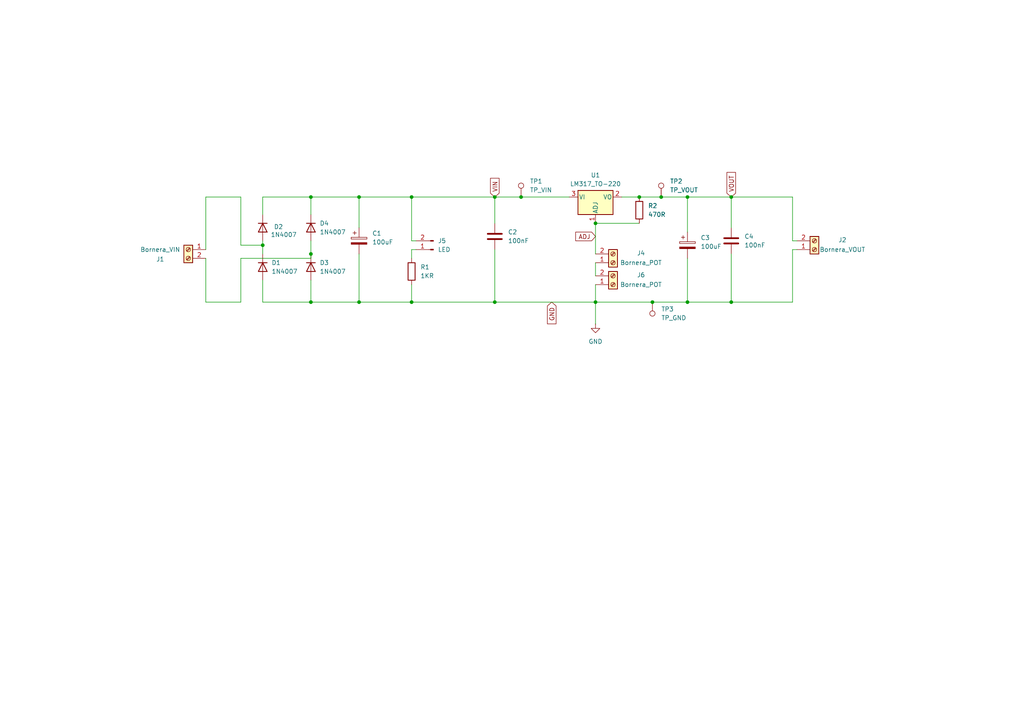
<source format=kicad_sch>
(kicad_sch (version 20250114) (generator "eeschema") (generator_version "9.0")
  (paper "A4")
  (lib_symbols
    (symbol "Connector:Conn_01x02_Pin" (pin_names (offset 1.016) (hide yes))
      (property "Reference" "J" (at 0 2.54 0))
      (property "Value" "Conn_01x02_Pin" (at 0 -5.08 0))
      (symbol "Conn_01x02_Pin_1_1"
        (rectangle (start 0.8636 0.127) (end 0 -0.127) (stroke (width 0.1524)) (fill (type outline)))
        (rectangle (start 0.8636 -2.413) (end 0 -2.667) (stroke (width 0.1524)) (fill (type outline)))
        (polyline (pts (xy 1.27 0) (xy 0.8636 0)) (stroke (width 0.1524)))
        (polyline (pts (xy 1.27 -2.54) (xy 0.8636 -2.54)) (stroke (width 0.1524)))
        (pin passive line (at 5.08 0 180) (length 3.81) (name "Pin_1") (number "1"))
        (pin passive line (at 5.08 -2.54 180) (length 3.81) (name "Pin_2") (number "2"))
      )
    )
    (symbol "Connector:Screw_Terminal_01x02" (pin_names (offset 1.016) (hide yes))
      (property "Reference" "J" (at 0 2.54 0))
      (property "Value" "Screw_Terminal_01x02" (at 0 -5.08 0))
      (symbol "Screw_Terminal_01x02_1_1"
        (rectangle (start -1.27 1.27) (end 1.27 -3.81) (stroke (width 0.254)) (fill (type background)))
        (polyline (pts (xy -0.5334 0.3302) (xy 0.3302 -0.508)) (stroke (width 0.1524)))
        (polyline (pts (xy -0.5334 -2.2098) (xy 0.3302 -3.048)) (stroke (width 0.1524)))
        (polyline (pts (xy -0.3556 0.508) (xy 0.508 -0.3302)) (stroke (width 0.1524)))
        (polyline (pts (xy -0.3556 -2.032) (xy 0.508 -2.8702)) (stroke (width 0.1524)))
        (circle (center 0 0) (radius 0.635) (stroke (width 0.1524)))
        (circle (center 0 -2.54) (radius 0.635) (stroke (width 0.1524)))
        (pin passive line (at -5.08 0 0) (length 3.81) (name "Pin_1") (number "1"))
        (pin passive line (at -5.08 -2.54 0) (length 3.81) (name "Pin_2") (number "2"))
      )
    )
    (symbol "Connector:TestPoint" (pin_numbers (hide yes)) (pin_names (offset 0.762) (hide yes))
      (property "Reference" "TP" (at 0 6.858 0))
      (property "Value" "TestPoint" (at 0 5.08 0))
      (symbol "TestPoint_0_1"
        (circle (center 0 3.302) (radius 0.762))
      )
      (symbol "TestPoint_1_1"
        (pin passive line (at 0 0 90) (length 2.54) (name "1") (number "1"))
      )
    )
    (symbol "Device:C" (pin_numbers (hide yes)) (pin_names (offset 0.254))
      (property "Reference" "C" (at 0.635 2.54 0))
      (property "Value" "C" (at 0.635 -2.54 0))
      (symbol "C_0_1"
        (polyline (pts (xy -2.032 0.762) (xy 2.032 0.762)) (stroke (width 0.508)))
        (polyline (pts (xy -2.032 -0.762) (xy 2.032 -0.762)) (stroke (width 0.508)))
      )
      (symbol "C_1_1"
        (pin passive line (at 0 3.81 270) (length 2.794) (name "~") (number "1"))
        (pin passive line (at 0 -3.81 90) (length 2.794) (name "~") (number "2"))
      )
    )
    (symbol "Device:C_Polarized" (pin_numbers (hide yes)) (pin_names (offset 0.254))
      (property "Reference" "C" (at 0.635 2.54 0))
      (property "Value" "C_Polarized" (at 0.635 -2.54 0))
      (symbol "C_Polarized_0_1"
        (rectangle (start -2.286 0.508) (end 2.286 1.016))
        (polyline (pts (xy -1.778 2.286) (xy -0.762 2.286)))
        (polyline (pts (xy -1.27 2.794) (xy -1.27 1.778)))
        (rectangle (start 2.286 -0.508) (end -2.286 -1.016) (fill (type outline)))
      )
      (symbol "C_Polarized_1_1"
        (pin passive line (at 0 3.81 270) (length 2.794) (name "~") (number "1"))
        (pin passive line (at 0 -3.81 90) (length 2.794) (name "~") (number "2"))
      )
    )
    (symbol "Device:R" (pin_numbers (hide yes)) (pin_names (offset 0))
      (property "Reference" "R" (at 2.032 0 90))
      (property "Value" "R" (at 0 0 90))
      (symbol "R_0_1"
        (rectangle (start -1.016 -2.54) (end 1.016 2.54) (stroke (width 0.254)))
      )
      (symbol "R_1_1"
        (pin passive line (at 0 3.81 270) (length 1.27) (name "~") (number "1"))
        (pin passive line (at 0 -3.81 90) (length 1.27) (name "~") (number "2"))
      )
    )
    (symbol "Diode:1N4007" (pin_numbers (hide yes)) (pin_names (hide yes))
      (property "Reference" "D" (at 0 2.54 0))
      (property "Value" "1N4007" (at 0 -2.54 0))
      (symbol "1N4007_0_1"
        (polyline (pts (xy -1.27 1.27) (xy -1.27 -1.27)) (stroke (width 0.254)))
        (polyline (pts (xy 1.27 1.27) (xy 1.27 -1.27) (xy -1.27 0) (xy 1.27 1.27)) (stroke (width 0.254)))
        (polyline (pts (xy 1.27 0) (xy -1.27 0)))
      )
      (symbol "1N4007_1_1"
        (pin passive line (at -3.81 0 0) (length 2.54) (name "K") (number "1"))
        (pin passive line (at 3.81 0 180) (length 2.54) (name "A") (number "2"))
      )
    )
    (symbol "Regulator_Linear:LM317_TO-220" (pin_names (offset 0.254))
      (property "Reference" "U" (at -3.81 3.175 0))
      (property "Value" "LM317_TO-220" (at 0 3.175 0))
      (symbol "LM317_TO-220_0_1"
        (rectangle (start -5.08 1.905) (end 5.08 -5.08) (stroke (width 0.254)) (fill (type background)))
      )
      (symbol "LM317_TO-220_1_1"
        (pin power_in line (at -7.62 0 0) (length 2.54) (name "VI") (number "3"))
        (pin input line (at 0 -7.62 90) (length 2.54) (name "ADJ") (number "1"))
        (pin power_out line (at 7.62 0 180) (length 2.54) (name "VO") (number "2"))
      )
    )
    (symbol "power:GND" (power) (pin_numbers (hide yes)) (pin_names (offset 0) (hide yes))
      (property "Value" "GND" (at 0 -3.81 0))
      (symbol "GND_0_1"
        (polyline (pts (xy 0 0) (xy 0 -1.27) (xy 1.27 -1.27) (xy 0 -2.54) (xy -1.27 -1.27) (xy 0 -1.27)))
      )
      (symbol "GND_1_1"
        (pin power_in line (at 0 0 270) (length 0) (name "~") (number "1"))
      )
    )
  )
  (junction (at 90.17 57.15))
  (junction (at 212.09 57.15))
  (junction (at 143.51 87.63))
  (junction (at 119.38 57.15))
  (junction (at 172.72 64.77))
  (junction (at 191.77 57.15))
  (junction (at 143.51 57.15))
  (junction (at 199.39 87.63))
  (junction (at 76.2 71.12))
  (junction (at 189.23 87.63))
  (junction (at 90.17 73.66))
  (junction (at 90.17 87.63))
  (junction (at 185.42 57.15))
  (junction (at 212.09 87.63))
  (junction (at 104.14 87.63))
  (junction (at 151.13 57.15))
  (junction (at 104.14 57.15))
  (junction (at 119.38 87.63))
  (junction (at 199.39 57.15))
  (junction (at 172.72 87.63))
  (wire (pts (xy 119.38 87.63) (xy 143.51 87.63)))
  (wire (pts (xy 76.2 57.15) (xy 90.17 57.15)))
  (wire (pts (xy 76.2 57.15) (xy 76.2 62.23)))
  (wire (pts (xy 119.38 57.15) (xy 119.38 69.85)))
  (wire (pts (xy 172.72 64.77) (xy 172.72 73.66)))
  (wire (pts (xy 199.39 87.63) (xy 189.23 87.63)))
  (wire (pts (xy 229.87 69.85) (xy 231.14 69.85)))
  (wire (pts (xy 104.14 73.66) (xy 104.14 87.63)))
  (wire (pts (xy 69.85 87.63) (xy 69.85 74.93)))
  (wire (pts (xy 119.38 72.39) (xy 119.38 74.93)))
  (wire (pts (xy 212.09 87.63) (xy 199.39 87.63)))
  (wire (pts (xy 143.51 57.15) (xy 151.13 57.15)))
  (wire (pts (xy 76.2 87.63) (xy 90.17 87.63)))
  (wire (pts (xy 69.85 57.15) (xy 69.85 71.12)))
  (wire (pts (xy 90.17 69.85) (xy 90.17 73.66)))
  (wire (pts (xy 212.09 66.04) (xy 212.09 57.15)))
  (wire (pts (xy 172.72 64.77) (xy 185.42 64.77)))
  (wire (pts (xy 59.69 74.93) (xy 59.69 87.63)))
  (wire (pts (xy 90.17 62.23) (xy 90.17 57.15)))
  (wire (pts (xy 212.09 57.15) (xy 229.87 57.15)))
  (wire (pts (xy 229.87 57.15) (xy 229.87 69.85)))
  (wire (pts (xy 199.39 57.15) (xy 199.39 67.31)))
  (wire (pts (xy 172.72 76.2) (xy 172.72 80.01)))
  (wire (pts (xy 143.51 64.77) (xy 143.51 57.15)))
  (wire (pts (xy 172.72 82.55) (xy 172.72 87.63)))
  (wire (pts (xy 120.65 69.85) (xy 119.38 69.85)))
  (wire (pts (xy 104.14 57.15) (xy 119.38 57.15)))
  (wire (pts (xy 76.2 71.12) (xy 76.2 73.66)))
  (wire (pts (xy 191.77 57.15) (xy 199.39 57.15)))
  (wire (pts (xy 185.42 57.15) (xy 191.77 57.15)))
  (wire (pts (xy 90.17 87.63) (xy 90.17 81.28)))
  (wire (pts (xy 90.17 73.66) (xy 90.17 74.93)))
  (wire (pts (xy 212.09 57.15) (xy 199.39 57.15)))
  (wire (pts (xy 59.69 57.15) (xy 69.85 57.15)))
  (wire (pts (xy 180.34 57.15) (xy 185.42 57.15)))
  (wire (pts (xy 172.72 87.63) (xy 172.72 93.98)))
  (wire (pts (xy 199.39 74.93) (xy 199.39 87.63)))
  (wire (pts (xy 76.2 69.85) (xy 76.2 71.12)))
  (wire (pts (xy 76.2 87.63) (xy 76.2 81.28)))
  (wire (pts (xy 119.38 72.39) (xy 120.65 72.39)))
  (wire (pts (xy 229.87 72.39) (xy 229.87 87.63)))
  (wire (pts (xy 104.14 87.63) (xy 90.17 87.63)))
  (wire (pts (xy 69.85 74.93) (xy 90.17 74.93)))
  (wire (pts (xy 119.38 57.15) (xy 143.51 57.15)))
  (wire (pts (xy 104.14 87.63) (xy 119.38 87.63)))
  (wire (pts (xy 119.38 82.55) (xy 119.38 87.63)))
  (wire (pts (xy 229.87 72.39) (xy 231.14 72.39)))
  (wire (pts (xy 59.69 87.63) (xy 69.85 87.63)))
  (wire (pts (xy 143.51 72.39) (xy 143.51 87.63)))
  (wire (pts (xy 172.72 87.63) (xy 143.51 87.63)))
  (wire (pts (xy 151.13 57.15) (xy 165.1 57.15)))
  (wire (pts (xy 90.17 57.15) (xy 104.14 57.15)))
  (wire (pts (xy 69.85 71.12) (xy 76.2 71.12)))
  (wire (pts (xy 212.09 73.66) (xy 212.09 87.63)))
  (wire (pts (xy 59.69 57.15) (xy 59.69 72.39)))
  (wire (pts (xy 189.23 87.63) (xy 172.72 87.63)))
  (wire (pts (xy 104.14 66.04) (xy 104.14 57.15)))
  (wire (pts (xy 212.09 87.63) (xy 229.87 87.63)))
  (global_label "VOUT" (shape input) (at 212.09 57.15 90) (property "Intersheetrefs" "${INTERSHEET_REFS}" (effects (hide yes))))
  (global_label "ADJ" (shape input) (at 172.72 68.58 180) (property "Intersheetrefs" "${INTERSHEET_REFS}" (effects (hide yes))))
  (global_label "GND" (shape input) (at 160.02 87.63 270) (property "Intersheetrefs" "${INTERSHEET_REFS}" (effects (hide yes))))
  (global_label "VIN" (shape input) (at 143.51 57.15 90) (property "Intersheetrefs" "${INTERSHEET_REFS}" (effects (hide yes))))
  (symbol (lib_id "Connector:Conn_01x02_Pin") (at 125.73 72.39 180) (unit 1)
    (property "Reference" "J5" (at 127 69.8499 0) (effects (justify right)))
    (property "Value" "LED" (at 127 72.3899 0) (effects (justify right)))
    (property "Footprint" "Connector_PinHeader_2.54mm:PinHeader_1x02_P2.54mm_Vertical" (effects (hide yes)))
    (property "Description" "Generic connector, single row, 01x02, script generated" (effects (hide yes)))
  )
  (symbol (lib_id "Device:R") (at 185.42 60.96 0) (unit 1)
    (property "Reference" "R2" (at 187.96 59.6899 0) (effects (justify left)))
    (property "Value" "470R" (at 187.96 62.2299 0) (effects (justify left)))
    (property "Footprint" "Resistor_THT:R_Axial_DIN0207_L6.3mm_D2.5mm_P7.62mm_Horizontal" (effects (hide yes)))
    (property "Description" "Resistor" (effects (hide yes)))
  )
  (symbol (lib_id "Device:C") (at 143.51 68.58 0) (unit 1)
    (property "Reference" "C2" (at 147.32 67.3099 0) (effects (justify left)))
    (property "Value" "100nF" (at 147.32 69.8499 0) (effects (justify left)))
    (property "Footprint" "Capacitor_THT:C_Disc_D5.0mm_W2.5mm_P5.00mm" (effects (hide yes)))
    (property "Description" "Unpolarized capacitor" (effects (hide yes)))
  )
  (symbol (lib_id "Diode:1N4007") (at 76.2 77.47 270) (unit 1)
    (property "Reference" "D1" (at 78.74 76.1999 90) (effects (justify left)))
    (property "Value" "1N4007" (at 78.74 78.7399 90) (effects (justify left)))
    (property "Footprint" "Diode_THT:D_DO-41_SOD81_P10.16mm_Horizontal" (effects (hide yes)))
    (property "Datasheet" "http://www.vishay.com/docs/88503/1n4001.pdf" (effects (hide yes)))
    (property "Description" "1000V 1A General Purpose Rectifier Diode, DO-41" (effects (hide yes)))
    (property "Sim.Device" "D" (effects (hide yes)))
    (property "Sim.Pins" "1=K 2=A" (effects (hide yes)))
  )
  (symbol (lib_id "Connector:TestPoint") (at 151.13 57.15 0) (unit 1)
    (property "Reference" "TP1" (at 153.67 52.5779 0) (effects (justify left)))
    (property "Value" "TP_VIN" (at 153.67 55.1179 0) (effects (justify left)))
    (property "Footprint" "TestPoint:TestPoint_Pad_1.0x1.0mm" (effects (hide yes)))
    (property "Description" "test point" (effects (hide yes)))
  )
  (symbol (lib_id "Connector:Screw_Terminal_01x02") (at 177.8 76.2 0) (mirror x) (unit 1)
    (property "Reference" "J4" (at 185.928 73.406 0))
    (property "Value" "Bornera_POT" (at 185.928 76.2 0))
    (property "Footprint" "TerminalBlock:TerminalBlock_MaiXu_MX126-5.0-02P_1x02_P5.00mm" (effects (hide yes)))
    (property "Description" "Generic screw terminal, single row, 01x02, script generated (kicad-library-utils/schlib/autogen/connector/)" (effects (hide yes)))
  )
  (symbol (lib_id "Diode:1N4007") (at 76.2 66.04 270) (unit 1)
    (property "Reference" "D2" (at 80.772 65.786 90))
    (property "Value" "1N4007" (at 82.296 68.072 90))
    (property "Footprint" "Diode_THT:D_DO-41_SOD81_P10.16mm_Horizontal" (effects (hide yes)))
    (property "Datasheet" "http://www.vishay.com/docs/88503/1n4001.pdf" (effects (hide yes)))
    (property "Description" "1000V 1A General Purpose Rectifier Diode, DO-41" (effects (hide yes)))
    (property "Sim.Device" "D" (effects (hide yes)))
    (property "Sim.Pins" "1=K 2=A" (effects (hide yes)))
  )
  (symbol (lib_id "Device:C_Polarized") (at 199.39 71.12 0) (unit 1)
    (property "Reference" "C3" (at 203.2 68.9609 0) (effects (justify left)))
    (property "Value" "100uF" (at 203.2 71.5009 0) (effects (justify left)))
    (property "Footprint" "Capacitor_THT:CP_Radial_D6.3mm_P2.50mm" (effects (hide yes)))
    (property "Description" "Polarized capacitor" (effects (hide yes)))
  )
  (symbol (lib_id "Connector:Screw_Terminal_01x02") (at 177.8 82.55 0) (mirror x) (unit 1)
    (property "Reference" "J6" (at 185.928 79.756 0))
    (property "Value" "Bornera_POT" (at 185.928 82.55 0))
    (property "Footprint" "TerminalBlock:TerminalBlock_MaiXu_MX126-5.0-02P_1x02_P5.00mm" (effects (hide yes)))
    (property "Description" "Generic screw terminal, single row, 01x02, script generated (kicad-library-utils/schlib/autogen/connector/)" (effects (hide yes)))
  )
  (symbol (lib_id "Device:C") (at 212.09 69.85 0) (unit 1)
    (property "Reference" "C4" (at 215.9 68.5799 0) (effects (justify left)))
    (property "Value" "100nF" (at 215.9 71.1199 0) (effects (justify left)))
    (property "Footprint" "Capacitor_THT:C_Disc_D5.0mm_W2.5mm_P5.00mm" (effects (hide yes)))
    (property "Description" "Unpolarized capacitor" (effects (hide yes)))
  )
  (symbol (lib_id "power:GND") (at 172.72 93.98 0) (unit 1)
    (property "Reference" "#PWR01" (effects (hide yes)))
    (property "Value" "GND" (at 172.72 99.06 0))
    (property "Description" "Power symbol creates a global label with name \"GND\" , ground" (effects (hide yes)))
  )
  (symbol (lib_id "Connector:TestPoint") (at 191.77 57.15 0) (unit 1)
    (property "Reference" "TP2" (at 194.31 52.5779 0) (effects (justify left)))
    (property "Value" "TP_VOUT" (at 194.31 55.1179 0) (effects (justify left)))
    (property "Footprint" "TestPoint:TestPoint_Pad_1.0x1.0mm" (effects (hide yes)))
    (property "Description" "test point" (effects (hide yes)))
  )
  (symbol (lib_id "Connector:TestPoint") (at 189.23 87.63 180) (unit 1)
    (property "Reference" "TP3" (at 191.77 89.6619 0) (effects (justify right)))
    (property "Value" "TP_GND" (at 191.77 92.2019 0) (effects (justify right)))
    (property "Footprint" "TestPoint:TestPoint_Pad_1.0x1.0mm" (effects (hide yes)))
    (property "Description" "test point" (effects (hide yes)))
  )
  (symbol (lib_id "Device:R") (at 119.38 78.74 0) (unit 1)
    (property "Reference" "R1" (at 121.92 77.4699 0) (effects (justify left)))
    (property "Value" "1KR" (at 121.92 80.0099 0) (effects (justify left)))
    (property "Footprint" "Resistor_THT:R_Axial_DIN0207_L6.3mm_D2.5mm_P7.62mm_Horizontal" (effects (hide yes)))
    (property "Description" "Resistor" (effects (hide yes)))
  )
  (symbol (lib_id "Connector:Screw_Terminal_01x02") (at 236.22 72.39 0) (mirror x) (unit 1)
    (property "Reference" "J2" (at 244.348 69.596 0))
    (property "Value" "Bornera_VOUT" (at 244.348 72.39 0))
    (property "Footprint" "TerminalBlock:TerminalBlock_MaiXu_MX126-5.0-02P_1x02_P5.00mm" (effects (hide yes)))
    (property "Description" "Generic screw terminal, single row, 01x02, script generated (kicad-library-utils/schlib/autogen/connector/)" (effects (hide yes)))
  )
  (symbol (lib_id "Connector:Screw_Terminal_01x02") (at 54.61 72.39 0) (mirror y) (unit 1)
    (property "Reference" "J1" (at 46.482 75.184 0))
    (property "Value" "Bornera_VIN" (at 46.482 72.39 0))
    (property "Footprint" "TerminalBlock:TerminalBlock_MaiXu_MX126-5.0-02P_1x02_P5.00mm" (effects (hide yes)))
    (property "Description" "Generic screw terminal, single row, 01x02, script generated (kicad-library-utils/schlib/autogen/connector/)" (effects (hide yes)))
  )
  (symbol (lib_id "Diode:1N4007") (at 90.17 66.04 270) (unit 1)
    (property "Reference" "D4" (at 92.71 64.7699 90) (effects (justify left)))
    (property "Value" "1N4007" (at 92.71 67.3099 90) (effects (justify left)))
    (property "Footprint" "Diode_THT:D_DO-41_SOD81_P10.16mm_Horizontal" (effects (hide yes)))
    (property "Datasheet" "http://www.vishay.com/docs/88503/1n4001.pdf" (effects (hide yes)))
    (property "Description" "1000V 1A General Purpose Rectifier Diode, DO-41" (effects (hide yes)))
    (property "Sim.Device" "D" (effects (hide yes)))
    (property "Sim.Pins" "1=K 2=A" (effects (hide yes)))
  )
  (symbol (lib_id "Device:C_Polarized") (at 104.14 69.85 0) (unit 1)
    (property "Reference" "C1" (at 107.95 67.6909 0) (effects (justify left)))
    (property "Value" "100uF" (at 107.95 70.2309 0) (effects (justify left)))
    (property "Footprint" "Capacitor_THT:CP_Radial_D6.3mm_P2.50mm" (effects (hide yes)))
    (property "Description" "Polarized capacitor" (effects (hide yes)))
  )
  (symbol (lib_id "Diode:1N4007") (at 90.17 77.47 270) (unit 1)
    (property "Reference" "D3" (at 92.71 76.1999 90) (effects (justify left)))
    (property "Value" "1N4007" (at 92.71 78.7399 90) (effects (justify left)))
    (property "Footprint" "Diode_THT:D_DO-41_SOD81_P10.16mm_Horizontal" (effects (hide yes)))
    (property "Datasheet" "http://www.vishay.com/docs/88503/1n4001.pdf" (effects (hide yes)))
    (property "Description" "1000V 1A General Purpose Rectifier Diode, DO-41" (effects (hide yes)))
    (property "Sim.Device" "D" (effects (hide yes)))
    (property "Sim.Pins" "1=K 2=A" (effects (hide yes)))
  )
  (symbol (lib_id "Regulator_Linear:LM317_TO-220") (at 172.72 57.15 0) (unit 1)
    (property "Reference" "U1" (at 172.72 50.8 0))
    (property "Value" "LM317_TO-220" (at 172.72 53.34 0))
    (property "Footprint" "Package_TO_SOT_THT:TO-220-3_Vertical" (effects (hide yes)))
    (property "Datasheet" "http://www.ti.com/lit/ds/symlink/lm317.pdf" (effects (hide yes)))
    (property "Description" "1.5A 35V Adjustable Linear Regulator, TO-220" (effects (hide yes)))
  )
)
</source>
